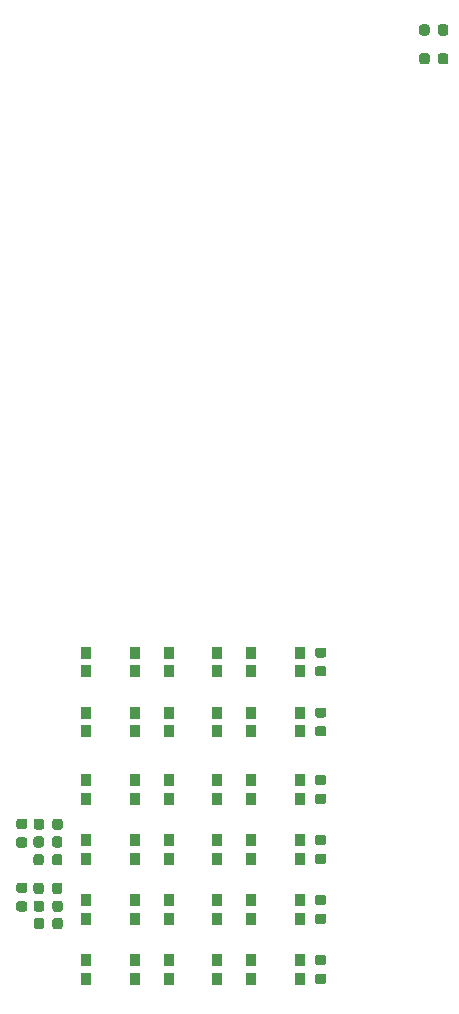
<source format=gbr>
G04 #@! TF.GenerationSoftware,KiCad,Pcbnew,5.1.6-c6e7f7d~87~ubuntu18.04.1*
G04 #@! TF.CreationDate,2020-07-31T10:56:06+02:00*
G04 #@! TF.ProjectId,HMI,484d492e-6b69-4636-9164-5f7063625858,rev?*
G04 #@! TF.SameCoordinates,Original*
G04 #@! TF.FileFunction,Paste,Top*
G04 #@! TF.FilePolarity,Positive*
%FSLAX46Y46*%
G04 Gerber Fmt 4.6, Leading zero omitted, Abs format (unit mm)*
G04 Created by KiCad (PCBNEW 5.1.6-c6e7f7d~87~ubuntu18.04.1) date 2020-07-31 10:56:06*
%MOMM*%
%LPD*%
G01*
G04 APERTURE LIST*
%ADD10R,0.900000X1.000000*%
G04 APERTURE END LIST*
G36*
G01*
X162935500Y-44960250D02*
X162935500Y-44447750D01*
G75*
G02*
X163154250Y-44229000I218750J0D01*
G01*
X163591750Y-44229000D01*
G75*
G02*
X163810500Y-44447750I0J-218750D01*
G01*
X163810500Y-44960250D01*
G75*
G02*
X163591750Y-45179000I-218750J0D01*
G01*
X163154250Y-45179000D01*
G75*
G02*
X162935500Y-44960250I0J218750D01*
G01*
G37*
G36*
G01*
X161360500Y-44960250D02*
X161360500Y-44447750D01*
G75*
G02*
X161579250Y-44229000I218750J0D01*
G01*
X162016750Y-44229000D01*
G75*
G02*
X162235500Y-44447750I0J-218750D01*
G01*
X162235500Y-44960250D01*
G75*
G02*
X162016750Y-45179000I-218750J0D01*
G01*
X161579250Y-45179000D01*
G75*
G02*
X161360500Y-44960250I0J218750D01*
G01*
G37*
G36*
G01*
X162935300Y-42521850D02*
X162935300Y-42009350D01*
G75*
G02*
X163154050Y-41790600I218750J0D01*
G01*
X163591550Y-41790600D01*
G75*
G02*
X163810300Y-42009350I0J-218750D01*
G01*
X163810300Y-42521850D01*
G75*
G02*
X163591550Y-42740600I-218750J0D01*
G01*
X163154050Y-42740600D01*
G75*
G02*
X162935300Y-42521850I0J218750D01*
G01*
G37*
G36*
G01*
X161360300Y-42521850D02*
X161360300Y-42009350D01*
G75*
G02*
X161579050Y-41790600I218750J0D01*
G01*
X162016550Y-41790600D01*
G75*
G02*
X162235300Y-42009350I0J-218750D01*
G01*
X162235300Y-42521850D01*
G75*
G02*
X162016550Y-42740600I-218750J0D01*
G01*
X161579050Y-42740600D01*
G75*
G02*
X161360300Y-42521850I0J218750D01*
G01*
G37*
D10*
X137274520Y-96575780D03*
X137274520Y-94975780D03*
X133174520Y-96575780D03*
X133174520Y-94975780D03*
X151244520Y-122610780D03*
X151244520Y-121010780D03*
X147144520Y-122610780D03*
X147144520Y-121010780D03*
X151244520Y-117530780D03*
X151244520Y-115930780D03*
X147144520Y-117530780D03*
X147144520Y-115930780D03*
X151244520Y-112450780D03*
X151244520Y-110850780D03*
X147144520Y-112450780D03*
X147144520Y-110850780D03*
X151244520Y-107370780D03*
X151244520Y-105770780D03*
X147144520Y-107370780D03*
X147144520Y-105770780D03*
X151244520Y-101655780D03*
X151244520Y-100055780D03*
X147144520Y-101655780D03*
X147144520Y-100055780D03*
X151244520Y-96575780D03*
X151244520Y-94975780D03*
X147144520Y-96575780D03*
X147144520Y-94975780D03*
X144259520Y-122610780D03*
X144259520Y-121010780D03*
X140159520Y-122610780D03*
X140159520Y-121010780D03*
X144259520Y-117530780D03*
X144259520Y-115930780D03*
X140159520Y-117530780D03*
X140159520Y-115930780D03*
X144259520Y-112450780D03*
X144259520Y-110850780D03*
X140159520Y-112450780D03*
X140159520Y-110850780D03*
X144259520Y-107370780D03*
X144259520Y-105770780D03*
X140159520Y-107370780D03*
X140159520Y-105770780D03*
X144259520Y-101655780D03*
X144259520Y-100055780D03*
X140159520Y-101655780D03*
X140159520Y-100055780D03*
X144259520Y-96575780D03*
X144259520Y-94975780D03*
X140159520Y-96575780D03*
X140159520Y-94975780D03*
X137274520Y-122610780D03*
X137274520Y-121010780D03*
X133174520Y-122610780D03*
X133174520Y-121010780D03*
X137274520Y-117530780D03*
X137274520Y-115930780D03*
X133174520Y-117530780D03*
X133174520Y-115930780D03*
X137274520Y-112450780D03*
X137274520Y-110850780D03*
X133174520Y-112450780D03*
X133174520Y-110850780D03*
X137274520Y-107370780D03*
X137274520Y-105770780D03*
X133174520Y-107370780D03*
X133174520Y-105770780D03*
X137274520Y-101655780D03*
X137274520Y-100055780D03*
X133174520Y-101655780D03*
X133174520Y-100055780D03*
G36*
G01*
X127454950Y-110624100D02*
X127967450Y-110624100D01*
G75*
G02*
X128186200Y-110842850I0J-218750D01*
G01*
X128186200Y-111280350D01*
G75*
G02*
X127967450Y-111499100I-218750J0D01*
G01*
X127454950Y-111499100D01*
G75*
G02*
X127236200Y-111280350I0J218750D01*
G01*
X127236200Y-110842850D01*
G75*
G02*
X127454950Y-110624100I218750J0D01*
G01*
G37*
G36*
G01*
X127454950Y-109049100D02*
X127967450Y-109049100D01*
G75*
G02*
X128186200Y-109267850I0J-218750D01*
G01*
X128186200Y-109705350D01*
G75*
G02*
X127967450Y-109924100I-218750J0D01*
G01*
X127454950Y-109924100D01*
G75*
G02*
X127236200Y-109705350I0J218750D01*
G01*
X127236200Y-109267850D01*
G75*
G02*
X127454950Y-109049100I218750J0D01*
G01*
G37*
G36*
G01*
X153260770Y-121460780D02*
X152748270Y-121460780D01*
G75*
G02*
X152529520Y-121242030I0J218750D01*
G01*
X152529520Y-120804530D01*
G75*
G02*
X152748270Y-120585780I218750J0D01*
G01*
X153260770Y-120585780D01*
G75*
G02*
X153479520Y-120804530I0J-218750D01*
G01*
X153479520Y-121242030D01*
G75*
G02*
X153260770Y-121460780I-218750J0D01*
G01*
G37*
G36*
G01*
X153260770Y-123035780D02*
X152748270Y-123035780D01*
G75*
G02*
X152529520Y-122817030I0J218750D01*
G01*
X152529520Y-122379530D01*
G75*
G02*
X152748270Y-122160780I218750J0D01*
G01*
X153260770Y-122160780D01*
G75*
G02*
X153479520Y-122379530I0J-218750D01*
G01*
X153479520Y-122817030D01*
G75*
G02*
X153260770Y-123035780I-218750J0D01*
G01*
G37*
G36*
G01*
X153260770Y-116380780D02*
X152748270Y-116380780D01*
G75*
G02*
X152529520Y-116162030I0J218750D01*
G01*
X152529520Y-115724530D01*
G75*
G02*
X152748270Y-115505780I218750J0D01*
G01*
X153260770Y-115505780D01*
G75*
G02*
X153479520Y-115724530I0J-218750D01*
G01*
X153479520Y-116162030D01*
G75*
G02*
X153260770Y-116380780I-218750J0D01*
G01*
G37*
G36*
G01*
X153260770Y-117955780D02*
X152748270Y-117955780D01*
G75*
G02*
X152529520Y-117737030I0J218750D01*
G01*
X152529520Y-117299530D01*
G75*
G02*
X152748270Y-117080780I218750J0D01*
G01*
X153260770Y-117080780D01*
G75*
G02*
X153479520Y-117299530I0J-218750D01*
G01*
X153479520Y-117737030D01*
G75*
G02*
X153260770Y-117955780I-218750J0D01*
G01*
G37*
G36*
G01*
X153260770Y-111300780D02*
X152748270Y-111300780D01*
G75*
G02*
X152529520Y-111082030I0J218750D01*
G01*
X152529520Y-110644530D01*
G75*
G02*
X152748270Y-110425780I218750J0D01*
G01*
X153260770Y-110425780D01*
G75*
G02*
X153479520Y-110644530I0J-218750D01*
G01*
X153479520Y-111082030D01*
G75*
G02*
X153260770Y-111300780I-218750J0D01*
G01*
G37*
G36*
G01*
X153260770Y-112875780D02*
X152748270Y-112875780D01*
G75*
G02*
X152529520Y-112657030I0J218750D01*
G01*
X152529520Y-112219530D01*
G75*
G02*
X152748270Y-112000780I218750J0D01*
G01*
X153260770Y-112000780D01*
G75*
G02*
X153479520Y-112219530I0J-218750D01*
G01*
X153479520Y-112657030D01*
G75*
G02*
X153260770Y-112875780I-218750J0D01*
G01*
G37*
G36*
G01*
X153260770Y-106220780D02*
X152748270Y-106220780D01*
G75*
G02*
X152529520Y-106002030I0J218750D01*
G01*
X152529520Y-105564530D01*
G75*
G02*
X152748270Y-105345780I218750J0D01*
G01*
X153260770Y-105345780D01*
G75*
G02*
X153479520Y-105564530I0J-218750D01*
G01*
X153479520Y-106002030D01*
G75*
G02*
X153260770Y-106220780I-218750J0D01*
G01*
G37*
G36*
G01*
X153260770Y-107795780D02*
X152748270Y-107795780D01*
G75*
G02*
X152529520Y-107577030I0J218750D01*
G01*
X152529520Y-107139530D01*
G75*
G02*
X152748270Y-106920780I218750J0D01*
G01*
X153260770Y-106920780D01*
G75*
G02*
X153479520Y-107139530I0J-218750D01*
G01*
X153479520Y-107577030D01*
G75*
G02*
X153260770Y-107795780I-218750J0D01*
G01*
G37*
G36*
G01*
X153260770Y-100505780D02*
X152748270Y-100505780D01*
G75*
G02*
X152529520Y-100287030I0J218750D01*
G01*
X152529520Y-99849530D01*
G75*
G02*
X152748270Y-99630780I218750J0D01*
G01*
X153260770Y-99630780D01*
G75*
G02*
X153479520Y-99849530I0J-218750D01*
G01*
X153479520Y-100287030D01*
G75*
G02*
X153260770Y-100505780I-218750J0D01*
G01*
G37*
G36*
G01*
X153260770Y-102080780D02*
X152748270Y-102080780D01*
G75*
G02*
X152529520Y-101862030I0J218750D01*
G01*
X152529520Y-101424530D01*
G75*
G02*
X152748270Y-101205780I218750J0D01*
G01*
X153260770Y-101205780D01*
G75*
G02*
X153479520Y-101424530I0J-218750D01*
G01*
X153479520Y-101862030D01*
G75*
G02*
X153260770Y-102080780I-218750J0D01*
G01*
G37*
G36*
G01*
X153260770Y-95425780D02*
X152748270Y-95425780D01*
G75*
G02*
X152529520Y-95207030I0J218750D01*
G01*
X152529520Y-94769530D01*
G75*
G02*
X152748270Y-94550780I218750J0D01*
G01*
X153260770Y-94550780D01*
G75*
G02*
X153479520Y-94769530I0J-218750D01*
G01*
X153479520Y-95207030D01*
G75*
G02*
X153260770Y-95425780I-218750J0D01*
G01*
G37*
G36*
G01*
X153260770Y-97000780D02*
X152748270Y-97000780D01*
G75*
G02*
X152529520Y-96782030I0J218750D01*
G01*
X152529520Y-96344530D01*
G75*
G02*
X152748270Y-96125780I218750J0D01*
G01*
X153260770Y-96125780D01*
G75*
G02*
X153479520Y-96344530I0J-218750D01*
G01*
X153479520Y-96782030D01*
G75*
G02*
X153260770Y-97000780I-218750J0D01*
G01*
G37*
G36*
G01*
X129570900Y-110754450D02*
X129570900Y-111266950D01*
G75*
G02*
X129352150Y-111485700I-218750J0D01*
G01*
X128914650Y-111485700D01*
G75*
G02*
X128695900Y-111266950I0J218750D01*
G01*
X128695900Y-110754450D01*
G75*
G02*
X128914650Y-110535700I218750J0D01*
G01*
X129352150Y-110535700D01*
G75*
G02*
X129570900Y-110754450I0J-218750D01*
G01*
G37*
G36*
G01*
X131145900Y-110754450D02*
X131145900Y-111266950D01*
G75*
G02*
X130927150Y-111485700I-218750J0D01*
G01*
X130489650Y-111485700D01*
G75*
G02*
X130270900Y-111266950I0J218750D01*
G01*
X130270900Y-110754450D01*
G75*
G02*
X130489650Y-110535700I218750J0D01*
G01*
X130927150Y-110535700D01*
G75*
G02*
X131145900Y-110754450I0J-218750D01*
G01*
G37*
G36*
G01*
X129596300Y-116190050D02*
X129596300Y-116702550D01*
G75*
G02*
X129377550Y-116921300I-218750J0D01*
G01*
X128940050Y-116921300D01*
G75*
G02*
X128721300Y-116702550I0J218750D01*
G01*
X128721300Y-116190050D01*
G75*
G02*
X128940050Y-115971300I218750J0D01*
G01*
X129377550Y-115971300D01*
G75*
G02*
X129596300Y-116190050I0J-218750D01*
G01*
G37*
G36*
G01*
X131171300Y-116190050D02*
X131171300Y-116702550D01*
G75*
G02*
X130952550Y-116921300I-218750J0D01*
G01*
X130515050Y-116921300D01*
G75*
G02*
X130296300Y-116702550I0J218750D01*
G01*
X130296300Y-116190050D01*
G75*
G02*
X130515050Y-115971300I218750J0D01*
G01*
X130952550Y-115971300D01*
G75*
G02*
X131171300Y-116190050I0J-218750D01*
G01*
G37*
G36*
G01*
X129570900Y-112253050D02*
X129570900Y-112765550D01*
G75*
G02*
X129352150Y-112984300I-218750J0D01*
G01*
X128914650Y-112984300D01*
G75*
G02*
X128695900Y-112765550I0J218750D01*
G01*
X128695900Y-112253050D01*
G75*
G02*
X128914650Y-112034300I218750J0D01*
G01*
X129352150Y-112034300D01*
G75*
G02*
X129570900Y-112253050I0J-218750D01*
G01*
G37*
G36*
G01*
X131145900Y-112253050D02*
X131145900Y-112765550D01*
G75*
G02*
X130927150Y-112984300I-218750J0D01*
G01*
X130489650Y-112984300D01*
G75*
G02*
X130270900Y-112765550I0J218750D01*
G01*
X130270900Y-112253050D01*
G75*
G02*
X130489650Y-112034300I218750J0D01*
G01*
X130927150Y-112034300D01*
G75*
G02*
X131145900Y-112253050I0J-218750D01*
G01*
G37*
G36*
G01*
X129596300Y-117663250D02*
X129596300Y-118175750D01*
G75*
G02*
X129377550Y-118394500I-218750J0D01*
G01*
X128940050Y-118394500D01*
G75*
G02*
X128721300Y-118175750I0J218750D01*
G01*
X128721300Y-117663250D01*
G75*
G02*
X128940050Y-117444500I218750J0D01*
G01*
X129377550Y-117444500D01*
G75*
G02*
X129596300Y-117663250I0J-218750D01*
G01*
G37*
G36*
G01*
X131171300Y-117663250D02*
X131171300Y-118175750D01*
G75*
G02*
X130952550Y-118394500I-218750J0D01*
G01*
X130515050Y-118394500D01*
G75*
G02*
X130296300Y-118175750I0J218750D01*
G01*
X130296300Y-117663250D01*
G75*
G02*
X130515050Y-117444500I218750J0D01*
G01*
X130952550Y-117444500D01*
G75*
G02*
X131171300Y-117663250I0J-218750D01*
G01*
G37*
G36*
G01*
X130270900Y-115203950D02*
X130270900Y-114691450D01*
G75*
G02*
X130489650Y-114472700I218750J0D01*
G01*
X130927150Y-114472700D01*
G75*
G02*
X131145900Y-114691450I0J-218750D01*
G01*
X131145900Y-115203950D01*
G75*
G02*
X130927150Y-115422700I-218750J0D01*
G01*
X130489650Y-115422700D01*
G75*
G02*
X130270900Y-115203950I0J218750D01*
G01*
G37*
G36*
G01*
X128695900Y-115203950D02*
X128695900Y-114691450D01*
G75*
G02*
X128914650Y-114472700I218750J0D01*
G01*
X129352150Y-114472700D01*
G75*
G02*
X129570900Y-114691450I0J-218750D01*
G01*
X129570900Y-115203950D01*
G75*
G02*
X129352150Y-115422700I-218750J0D01*
G01*
X128914650Y-115422700D01*
G75*
G02*
X128695900Y-115203950I0J218750D01*
G01*
G37*
G36*
G01*
X127454950Y-116034400D02*
X127967450Y-116034400D01*
G75*
G02*
X128186200Y-116253150I0J-218750D01*
G01*
X128186200Y-116690650D01*
G75*
G02*
X127967450Y-116909400I-218750J0D01*
G01*
X127454950Y-116909400D01*
G75*
G02*
X127236200Y-116690650I0J218750D01*
G01*
X127236200Y-116253150D01*
G75*
G02*
X127454950Y-116034400I218750J0D01*
G01*
G37*
G36*
G01*
X127454950Y-114459400D02*
X127967450Y-114459400D01*
G75*
G02*
X128186200Y-114678150I0J-218750D01*
G01*
X128186200Y-115115650D01*
G75*
G02*
X127967450Y-115334400I-218750J0D01*
G01*
X127454950Y-115334400D01*
G75*
G02*
X127236200Y-115115650I0J218750D01*
G01*
X127236200Y-114678150D01*
G75*
G02*
X127454950Y-114459400I218750J0D01*
G01*
G37*
G36*
G01*
X130296300Y-109768350D02*
X130296300Y-109255850D01*
G75*
G02*
X130515050Y-109037100I218750J0D01*
G01*
X130952550Y-109037100D01*
G75*
G02*
X131171300Y-109255850I0J-218750D01*
G01*
X131171300Y-109768350D01*
G75*
G02*
X130952550Y-109987100I-218750J0D01*
G01*
X130515050Y-109987100D01*
G75*
G02*
X130296300Y-109768350I0J218750D01*
G01*
G37*
G36*
G01*
X128721300Y-109768350D02*
X128721300Y-109255850D01*
G75*
G02*
X128940050Y-109037100I218750J0D01*
G01*
X129377550Y-109037100D01*
G75*
G02*
X129596300Y-109255850I0J-218750D01*
G01*
X129596300Y-109768350D01*
G75*
G02*
X129377550Y-109987100I-218750J0D01*
G01*
X128940050Y-109987100D01*
G75*
G02*
X128721300Y-109768350I0J218750D01*
G01*
G37*
M02*

</source>
